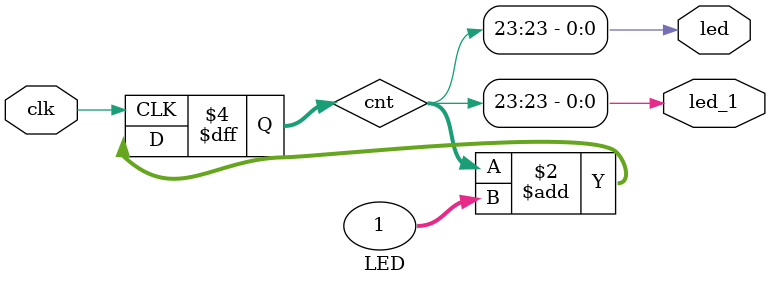
<source format=v>
module LED(
  input  wire       clk,
  output wire      led,
  output wire      led_1
);
  reg [31:0] cnt;
  initial begin
    cnt <= 32'b0;
  end

  always@(posedge clk)begin
    cnt <= cnt + 1;
  end

  assign led = cnt[23];
  assign led_1 = cnt[23];
endmodule

</source>
